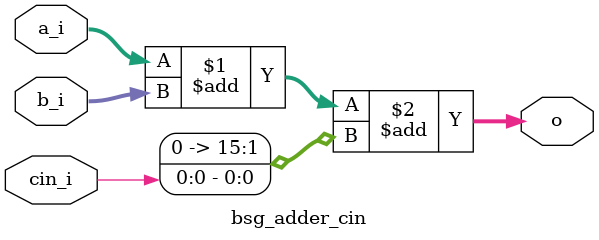
<source format=v>
module top(	// file.cleaned.mlir:2:3
  input  [15:0] a_i,	// file.cleaned.mlir:2:21
                b_i,	// file.cleaned.mlir:2:36
  input         cin_i,	// file.cleaned.mlir:2:51
  output [15:0] o	// file.cleaned.mlir:2:68
);

  bsg_adder_cin wrapper (	// file.cleaned.mlir:3:18
    .a_i   (a_i),
    .b_i   (b_i),
    .cin_i (cin_i),
    .o     (o)
  );	// file.cleaned.mlir:3:18
endmodule

module bsg_adder_cin(	// file.cleaned.mlir:6:3
  input  [15:0] a_i,	// file.cleaned.mlir:6:39
                b_i,	// file.cleaned.mlir:6:54
  input         cin_i,	// file.cleaned.mlir:6:69
  output [15:0] o	// file.cleaned.mlir:6:86
);

  assign o = a_i + b_i + {15'h0, cin_i};	// file.cleaned.mlir:7:15, :8:10, :9:10, :10:5
endmodule


</source>
